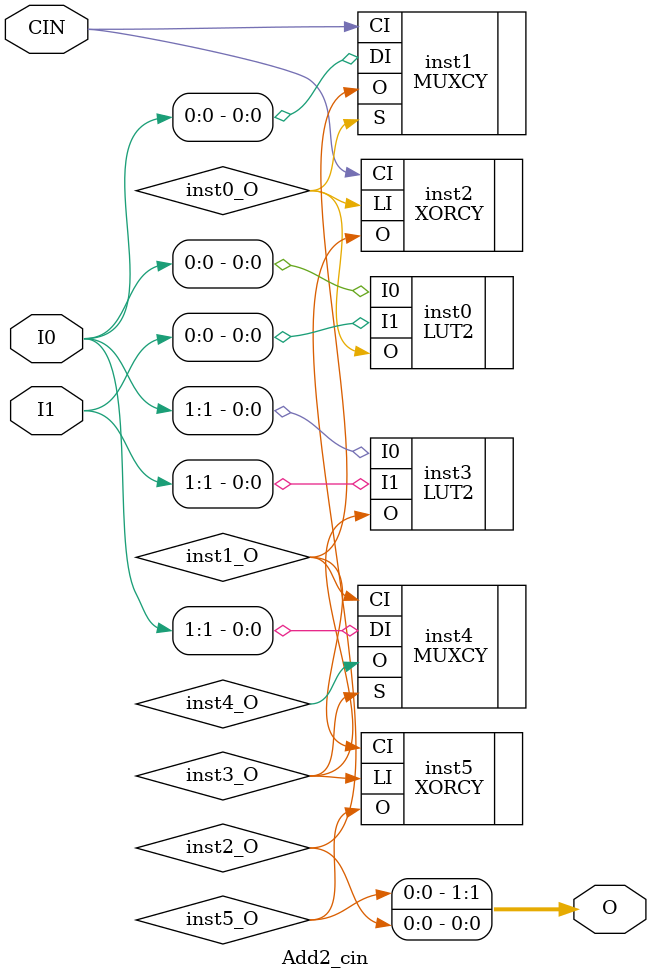
<source format=v>
module Add2_cin (input [1:0] I0, input [1:0] I1, input  CIN, output [1:0] O);
wire  inst0_O;
wire  inst1_O;
wire  inst2_O;
wire  inst3_O;
wire  inst4_O;
wire  inst5_O;
LUT2 #(.INIT(4'h6)) inst0 (.I0(I0[0]), .I1(I1[0]), .O(inst0_O));
MUXCY inst1 (.DI(I0[0]), .CI(CIN), .S(inst0_O), .O(inst1_O));
XORCY inst2 (.LI(inst0_O), .CI(CIN), .O(inst2_O));
LUT2 #(.INIT(4'h6)) inst3 (.I0(I0[1]), .I1(I1[1]), .O(inst3_O));
MUXCY inst4 (.DI(I0[1]), .CI(inst1_O), .S(inst3_O), .O(inst4_O));
XORCY inst5 (.LI(inst3_O), .CI(inst1_O), .O(inst5_O));
assign O = {inst5_O,inst2_O};
endmodule


</source>
